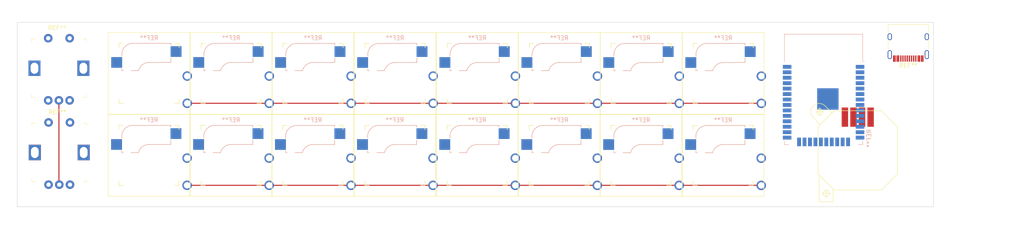
<source format=kicad_pcb>
(kicad_pcb (version 20211014) (generator pcbnew)
  (layers (0 "F.Cu" signal) (31 "B.Cu" signal) (34 "B.Paste" user) (35 "F.Paste" user) (36 "B.SilkS" user "B.Silkscreen") (37 "F.SilkS" user "F.Silkscreen") (38 "B.Mask" user) (39 "F.Mask" user) (44 "Edge.Cuts" user))
  (net 0 "")
  (footprint "random-keyboard-parts:Kailh_socket_MX" (layer "F.Cu") (at 200.8375 118.09)
    (fp_text reference "REF**" (at 0 -8.255) (layer "B.SilkS") (effects (justify mirror)))
    (fp_text value "Kailh_socket_MX")
    (pad "" np_thru_hole circle (at 0 0) (size 3.9878 3.9878) (drill 3.9878) (layers *.Cu *.Mask))
    (pad "" np_thru_hole circle (at 2.54 -5.08) (size 3 3) (drill 3) (layers *.Cu *.Mask))
    (pad "" np_thru_hole circle (at -5.08 0) (size 1.7018 1.7018) (drill 1.7018) (layers *.Cu *.Mask))
    (pad "" np_thru_hole circle (at -3.81 -2.54) (size 3 3) (drill 3) (layers *.Cu *.Mask))
    (pad "" np_thru_hole circle (at 5.08 0) (size 1.7018 1.7018) (drill 1.7018) (layers *.Cu *.Mask))
    (pad "1" smd rect (at 6.29 -5.08) (size 2.55 2.5) (layers "B.Cu" "B.Paste" "B.Mask"))
    (pad "2" smd rect (at -7.56 -2.54) (size 2.55 2.5) (layers "B.Cu" "B.Paste" "B.Mask"))
    (pad "3" thru_hole circle (at 8.89 0.635) (size 2.2 2.2) (drill 1.5) (layers *.Cu *.Mask))
    (pad "4" thru_hole circle (at 8.89 6.985) (size 2.2 2.2) (drill 1.5) (layers *.Cu *.Mask))
  )
  (footprint "random-keyboard-parts:Kailh_socket_MX" (layer "F.Cu") (at 143.4875 118.08)
    (fp_text reference "REF**" (at 0 -8.255) (layer "B.SilkS") (effects (justify mirror)))
    (fp_text value "Kailh_socket_MX")
    (pad "" np_thru_hole circle (at 5.08 0) (size 1.7018 1.7018) (drill 1.7018) (layers *.Cu *.Mask))
    (pad "" np_thru_hole circle (at 2.54 -5.08) (size 3 3) (drill 3) (layers *.Cu *.Mask))
    (pad "" np_thru_hole circle (at -5.08 0) (size 1.7018 1.7018) (drill 1.7018) (layers *.Cu *.Mask))
    (pad "" np_thru_hole circle (at -3.81 -2.54) (size 3 3) (drill 3) (layers *.Cu *.Mask))
    (pad "" np_thru_hole circle (at 0 0) (size 3.9878 3.9878) (drill 3.9878) (layers *.Cu *.Mask))
    (pad "1" smd rect (at 6.29 -5.08) (size 2.55 2.5) (layers "B.Cu" "B.Paste" "B.Mask"))
    (pad "2" smd rect (at -7.56 -2.54) (size 2.55 2.5) (layers "B.Cu" "B.Paste" "B.Mask"))
    (pad "3" thru_hole circle (at 8.89 0.635) (size 2.2 2.2) (drill 1.5) (layers *.Cu *.Mask))
    (pad "4" thru_hole circle (at 8.89 6.985) (size 2.2 2.2) (drill 1.5) (layers *.Cu *.Mask))
  )
  (footprint "random-keyboard-parts:JOYSTICK-PSP1000" (layer "F.Cu") (at 232.237244 116.904334)
    (fp_text reference "" (at 0 0) (layer "F.SilkS") (effects (font (size 1.524 1.524))))
    (fp_text value "" (at 0 0) (layer "F.SilkS") (effects (font (size 1.524 1.524))))
    (pad "GND" smd rect (at -2.99974 -7.74954 90) (size 4.49834 1.4986) (layers "F.Cu" "F.Paste" "F.Mask"))
    (pad "VCC" smd rect (at 0.99822 -7.74954 90) (size 4.49834 1.4986) (layers "F.Cu" "F.Paste" "F.Mask"))
    (pad "X" smd rect (at 2.99974 -7.74954 90) (size 4.49834 1.4986) (layers "F.Cu" "F.Paste" "F.Mask"))
    (pad "Y" smd rect (at -0.99822 -7.74954 90) (size 4.49834 1.4986) (layers "F.Cu" "F.Paste" "F.Mask"))
  )
  (footprint "Connector_USB:USB_C_Receptacle_HRO_TYPE-C-31-M-12" (layer "F.Cu") (at 244.0275 91.45 180)
    (fp_text reference "REF**" (at 0 -5.645) (layer "F.SilkS"))
    (fp_text value "USB_C_Receptacle_HRO_TYPE-C-31-M-12")
    (pad "" np_thru_hole circle (at 2.89 -2.6 180) (size 0.65 0.65) (drill 0.65) (layers *.Cu *.Mask))
    (pad "" np_thru_hole circle (at -2.89 -2.6 180) (size 0.65 0.65) (drill 0.65) (layers *.Cu *.Mask))
    (pad "A1" smd rect (at -3.25 -4.045 180) (size 0.6 1.45) (layers "F.Cu" "F.Paste" "F.Mask"))
    (pad "A4" smd rect (at -2.45 -4.045 180) (size 0.6 1.45) (layers "F.Cu" "F.Paste" "F.Mask"))
    (pad "A5" smd rect (at -1.25 -4.045 180) (size 0.3 1.45) (layers "F.Cu" "F.Paste" "F.Mask"))
    (pad "A6" smd rect (at -0.25 -4.045 180) (size 0.3 1.45) (layers "F.Cu" "F.Paste" "F.Mask"))
    (pad "A7" smd rect (at 0.25 -4.045 180) (size 0.3 1.45) (layers "F.Cu" "F.Paste" "F.Mask"))
    (pad "A8" smd rect (at 1.25 -4.045 180) (size 0.3 1.45) (layers "F.Cu" "F.Paste" "F.Mask"))
    (pad "A9" smd rect (at 2.45 -4.045 180) (size 0.6 1.45) (layers "F.Cu" "F.Paste" "F.Mask"))
    (pad "A12" smd rect (at 3.25 -4.045 180) (size 0.6 1.45) (layers "F.Cu" "F.Paste" "F.Mask"))
    (pad "B1" smd rect (at 3.25 -4.045 180) (size 0.6 1.45) (layers "F.Cu" "F.Paste" "F.Mask"))
    (pad "B4" smd rect (at 2.45 -4.045 180) (size 0.6 1.45) (layers "F.Cu" "F.Paste" "F.Mask"))
    (pad "B5" smd rect (at 1.75 -4.045 180) (size 0.3 1.45) (layers "F.Cu" "F.Paste" "F.Mask"))
    (pad "B6" smd rect (at 0.75 -4.045 180) (size 0.3 1.45) (layers "F.Cu" "F.Paste" "F.Mask"))
    (pad "B7" smd rect (at -0.75 -4.045 180) (size 0.3 1.45) (layers "F.Cu" "F.Paste" "F.Mask"))
    (pad "B8" smd rect (at -1.75 -4.045 180) (size 0.3 1.45) (layers "F.Cu" "F.Paste" "F.Mask"))
    (pad "B9" smd rect (at -2.45 -4.045 180) (size 0.6 1.45) (layers "F.Cu" "F.Paste" "F.Mask"))
    (pad "B12" smd rect (at -3.25 -4.045 180) (size 0.6 1.45) (layers "F.Cu" "F.Paste" "F.Mask"))
    (pad "S1" thru_hole oval (at 4.32 -3.13 180) (size 1 2.1) (drill oval 0.6 1.7) (layers *.Cu *.Mask))
    (pad "S1" thru_hole oval (at 4.32 1.05 180) (size 1 1.6) (drill oval 0.6 1.2) (layers *.Cu *.Mask))
    (pad "S1" thru_hole oval (at -4.32 -3.13 180) (size 1 2.1) (drill oval 0.6 1.7) (layers *.Cu *.Mask))
    (pad "S1" thru_hole oval (at -4.32 1.05 180) (size 1 1.6) (drill oval 0.6 1.2) (layers *.Cu *.Mask))
  )
  (footprint "random-keyboard-parts:Kailh_socket_MX" (layer "F.Cu") (at 86.1175 98.94)
    (fp_text reference "REF**" (at 0 -8.255) (layer "B.SilkS") (effects (justify mirror)))
    (fp_text value "Kailh_socket_MX")
    (pad "" np_thru_hole circle (at -3.81 -2.54) (size 3 3) (drill 3) (layers *.Cu *.Mask))
    (pad "" np_thru_hole circle (at 5.08 0) (size 1.7018 1.7018) (drill 1.7018) (layers *.Cu *.Mask))
    (pad "" np_thru_hole circle (at 2.54 -5.08) (size 3 3) (drill 3) (layers *.Cu *.Mask))
    (pad "" np_thru_hole circle (at -5.08 0) (size 1.7018 1.7018) (drill 1.7018) (layers *.Cu *.Mask))
    (pad "" np_thru_hole circle (at 0 0) (size 3.9878 3.9878) (drill 3.9878) (layers *.Cu *.Mask))
    (pad "1" smd rect (at 6.29 -5.08) (size 2.55 2.5) (layers "B.Cu" "B.Paste" "B.Mask"))
    (pad "2" smd rect (at -7.56 -2.54) (size 2.55 2.5) (layers "B.Cu" "B.Paste" "B.Mask"))
    (pad "3" thru_hole circle (at 8.89 0.635) (size 2.2 2.2) (drill 1.5) (layers *.Cu *.Mask))
    (pad "4" thru_hole circle (at 8.89 6.985) (size 2.2 2.2) (drill 1.5) (layers *.Cu *.Mask))
  )
  (footprint "random-keyboard-parts:Kailh_socket_MX" (layer "F.Cu") (at 162.6175 118.08)
    (fp_text reference "REF**" (at 0 -8.255) (layer "B.SilkS") (effects (justify mirror)))
    (fp_text value "Kailh_socket_MX")
    (pad "" np_thru_hole circle (at 2.54 -5.08) (size 3 3) (drill 3) (layers *.Cu *.Mask))
    (pad "" np_thru_hole circle (at 5.08 0) (size 1.7018 1.7018) (drill 1.7018) (layers *.Cu *.Mask))
    (pad "" np_thru_hole circle (at -3.81 -2.54) (size 3 3) (drill 3) (layers *.Cu *.Mask))
    (pad "" np_thru_hole circle (at 0 0) (size 3.9878 3.9878) (drill 3.9878) (layers *.Cu *.Mask))
    (pad "" np_thru_hole circle (at -5.08 0) (size 1.7018 1.7018) (drill 1.7018) (layers *.Cu *.Mask))
    (pad "1" smd rect (at 6.29 -5.08) (size 2.55 2.5) (layers "B.Cu" "B.Paste" "B.Mask"))
    (pad "2" smd rect (at -7.56 -2.54) (size 2.55 2.5) (layers "B.Cu" "B.Paste" "B.Mask"))
    (pad "3" thru_hole circle (at 8.89 0.635) (size 2.2 2.2) (drill 1.5) (layers *.Cu *.Mask))
    (pad "4" thru_hole circle (at 8.89 6.985) (size 2.2 2.2) (drill 1.5) (layers *.Cu *.Mask))
  )
  (footprint "random-keyboard-parts:Kailh_socket_MX" (layer "F.Cu") (at 86.0875 118.07)
    (fp_text reference "REF**" (at 0 -8.255) (layer "B.SilkS") (effects (justify mirror)))
    (fp_text value "Kailh_socket_MX")
    (pad "" np_thru_hole circle (at 2.54 -5.08) (size 3 3) (drill 3) (layers *.Cu *.Mask))
    (pad "" np_thru_hole circle (at -3.81 -2.54) (size 3 3) (drill 3) (layers *.Cu *.Mask))
    (pad "" np_thru_hole circle (at 0 0) (size 3.9878 3.9878) (drill 3.9878) (layers *.Cu *.Mask))
    (pad "" np_thru_hole circle (at 5.08 0) (size 1.7018 1.7018) (drill 1.7018) (layers *.Cu *.Mask))
    (pad "" np_thru_hole circle (at -5.08 0) (size 1.7018 1.7018) (drill 1.7018) (layers *.Cu *.Mask))
    (pad "1" smd rect (at 6.29 -5.08) (size 2.55 2.5) (layers "B.Cu" "B.Paste" "B.Mask"))
    (pad "2" smd rect (at -7.56 -2.54) (size 2.55 2.5) (layers "B.Cu" "B.Paste" "B.Mask"))
    (pad "3" thru_hole circle (at 8.89 0.635) (size 2.2 2.2) (drill 1.5) (layers *.Cu *.Mask))
    (pad "4" thru_hole circle (at 8.89 6.985) (size 2.2 2.2) (drill 1.5) (layers *.Cu *.Mask))
  )
  (footprint "random-keyboard-parts:Kailh_socket_MX" (layer "F.Cu") (at 105.1775 118.08)
    (fp_text reference "REF**" (at 0 -8.255) (layer "B.SilkS") (effects (justify mirror)))
    (fp_text value "Kailh_socket_MX")
    (pad "" np_thru_hole circle (at 0 0) (size 3.9878 3.9878) (drill 3.9878) (layers *.Cu *.Mask))
    (pad "" np_thru_hole circle (at 2.54 -5.08) (size 3 3) (drill 3) (layers *.Cu *.Mask))
    (pad "" np_thru_hole circle (at -3.81 -2.54) (size 3 3) (drill 3) (layers *.Cu *.Mask))
    (pad "" np_thru_hole circle (at -5.08 0) (size 1.7018 1.7018) (drill 1.7018) (layers *.Cu *.Mask))
    (pad "" np_thru_hole circle (at 5.08 0) (size 1.7018 1.7018) (drill 1.7018) (layers *.Cu *.Mask))
    (pad "1" smd rect (at 6.29 -5.08) (size 2.55 2.5) (layers "B.Cu" "B.Paste" "B.Mask"))
    (pad "2" smd rect (at -7.56 -2.54) (size 2.55 2.5) (layers "B.Cu" "B.Paste" "B.Mask"))
    (pad "3" thru_hole circle (at 8.89 0.635) (size 2.2 2.2) (drill 1.5) (layers *.Cu *.Mask))
    (pad "4" thru_hole circle (at 8.89 6.985) (size 2.2 2.2) (drill 1.5) (layers *.Cu *.Mask))
  )
  (footprint "digikey-footprints:Rotary_Encoder_Switched_PEC11R" (layer "F.Cu") (at 40.2575 97.75)
    (fp_text reference "REF**" (at 5.275 -9.4) (layer "F.SilkS"))
    (fp_text value "Rotary_Encoder_Switched_PEC11R")
    (pad "1" thru_hole circle locked (at 3.2 -7) (size 2 2) (drill 1) (layers *.Cu *.Mask))
    (pad "2" thru_hole circle locked (at 8.2 -7) (size 2 2) (drill 1) (layers *.Cu *.Mask))
    (pad "3" thru_hole rect locked (at 0 0) (size 2.8 3.6) (drill oval 1.8 2.6) (layers *.Cu *.Mask))
    (pad "3" thru_hole rect locked (at 11.4 0) (size 2.8 3.6) (drill oval 1.8 2.6) (layers *.Cu *.Mask))
    (pad "A" thru_hole circle locked (at 3.2 7.5) (size 2 2) (drill 1) (layers *.Cu *.Mask))
    (pad "B" thru_hole circle locked (at 8.2 7.5) (size 2 2) (drill 1) (layers *.Cu *.Mask))
    (pad "C" thru_hole circle locked (at 5.7 7.5) (size 2 2) (drill 1) (layers *.Cu *.Mask))
  )
  (footprint "random-keyboard-parts:Kailh_socket_MX" (layer "F.Cu") (at 66.9875 98.94)
    (fp_text reference "REF**" (at 0 -8.255) (layer "B.SilkS") (effects (justify mirror)))
    (fp_text value "Kailh_socket_MX")
    (pad "" np_thru_hole circle (at 5.08 0) (size 1.7018 1.7018) (drill 1.7018) (layers *.Cu *.Mask))
    (pad "" np_thru_hole circle (at -5.08 0) (size 1.7018 1.7018) (drill 1.7018) (layers *.Cu *.Mask))
    (pad "" np_thru_hole circle (at 2.54 -5.08) (size 3 3) (drill 3) (layers *.Cu *.Mask))
    (pad "" np_thru_hole circle (at 0 0) (size 3.9878 3.9878) (drill 3.9878) (layers *.Cu *.Mask))
    (pad "" np_thru_hole circle (at -3.81 -2.54) (size 3 3) (drill 3) (layers *.Cu *.Mask))
    (pad "1" smd rect (at 6.29 -5.08) (size 2.55 2.5) (layers "B.Cu" "B.Paste" "B.Mask"))
    (pad "2" smd rect (at -7.56 -2.54) (size 2.55 2.5) (layers "B.Cu" "B.Paste" "B.Mask"))
    (pad "3" thru_hole circle (at 8.89 0.635) (size 2.2 2.2) (drill 1.5) (layers *.Cu *.Mask))
    (pad "4" thru_hole circle (at 8.89 6.985) (size 2.2 2.2) (drill 1.5) (layers *.Cu *.Mask))
  )
  (footprint "random-keyboard-parts:Kailh_socket_MX" (layer "F.Cu") (at 143.5175 98.95)
    (fp_text reference "REF**" (at 0 -8.255) (layer "B.SilkS") (effects (justify mirror)))
    (fp_text value "Kailh_socket_MX")
    (pad "" np_thru_hole circle (at 2.54 -5.08) (size 3 3) (drill 3) (layers *.Cu *.Mask))
    (pad "" np_thru_hole circle (at 5.08 0) (size 1.7018 1.7018) (drill 1.7018) (layers *.Cu *.Mask))
    (pad "" np_thru_hole circle (at -3.81 -2.54) (size 3 3) (drill 3) (layers *.Cu *.Mask))
    (pad "" np_thru_hole circle (at -5.08 0) (size 1.7018 1.7018) (drill 1.7018) (layers *.Cu *.Mask))
    (pad "" np_thru_hole circle (at 0 0) (size 3.9878 3.9878) (drill 3.9878) (layers *.Cu *.Mask))
    (pad "1" smd rect (at 6.29 -5.08) (size 2.55 2.5) (layers "B.Cu" "B.Paste" "B.Mask"))
    (pad "2" smd rect (at -7.56 -2.54) (size 2.55 2.5) (layers "B.Cu" "B.Paste" "B.Mask"))
    (pad "3" thru_hole circle (at 8.89 0.635) (size 2.2 2.2) (drill 1.5) (layers *.Cu *.Mask))
    (pad "4" thru_hole circle (at 8.89 6.985) (size 2.2 2.2) (drill 1.5) (layers *.Cu *.Mask))
  )
  (footprint "random-keyboard-parts:Kailh_socket_MX" (layer "F.Cu") (at 162.6475 98.95)
    (fp_text reference "REF**" (at 0 -8.255) (layer "B.SilkS") (effects (justify mirror)))
    (fp_text value "Kailh_socket_MX")
    (pad "" np_thru_hole circle (at 2.54 -5.08) (size 3 3) (drill 3) (layers *.Cu *.Mask))
    (pad "" np_thru_hole circle (at 0 0) (size 3.9878 3.9878) (drill 3.9878) (layers *.Cu *.Mask))
    (pad "" np_thru_hole circle (at 5.08 0) (size 1.7018 1.7018) (drill 1.7018) (layers *.Cu *.Mask))
    (pad "" np_thru_hole circle (at -3.81 -2.54) (size 3 3) (drill 3) (layers *.Cu *.Mask))
    (pad "" np_thru_hole circle (at -5.08 0) (size 1.7018 1.7018) (drill 1.7018) (layers *.Cu *.Mask))
    (pad "1" smd rect (at 6.29 -5.08) (size 2.55 2.5) (layers "B.Cu" "B.Paste" "B.Mask"))
    (pad "2" smd rect (at -7.56 -2.54) (size 2.55 2.5) (layers "B.Cu" "B.Paste" "B.Mask"))
    (pad "3" thru_hole circle (at 8.89 0.635) (size 2.2 2.2) (drill 1.5) (layers *.Cu *.Mask))
    (pad "4" thru_hole circle (at 8.89 6.985) (size 2.2 2.2) (drill 1.5) (layers *.Cu *.Mask))
  )
  (footprint "random-keyboard-parts:Kailh_socket_MX" (layer "F.Cu") (at 200.8675 98.96)
    (fp_text reference "REF**" (at 0 -8.255) (layer "B.SilkS") (effects (justify mirror)))
    (fp_text value "Kailh_socket_MX")
    (pad "" np_thru_hole circle (at -5.08 0) (size 1.7018 1.7018) (drill 1.7018) (layers *.Cu *.Mask))
    (pad "" np_thru_hole circle (at -3.81 -2.54) (size 3 3) (drill 3) (layers *.Cu *.Mask))
    (pad "" np_thru_hole circle (at 2.54 -5.08) (size 3 3) (drill 3) (layers *.Cu *.Mask))
    (pad "" np_thru_hole circle (at 0 0) (size 3.9878 3.9878) (drill 3.9878) (layers *.Cu *.Mask))
    (pad "" np_thru_hole circle (at 5.08 0) (size 1.7018 1.7018) (drill 1.7018) (layers *.Cu *.Mask))
    (pad "1" smd rect (at 6.29 -5.08) (size 2.55 2.5) (layers "B.Cu" "B.Paste" "B.Mask"))
    (pad "2" smd rect (at -7.56 -2.54) (size 2.55 2.5) (layers "B.Cu" "B.Paste" "B.Mask"))
    (pad "3" thru_hole circle (at 8.89 0.635) (size 2.2 2.2) (drill 1.5) (layers *.Cu *.Mask))
    (pad "4" thru_hole circle (at 8.89 6.985) (size 2.2 2.2) (drill 1.5) (layers *.Cu *.Mask))
  )
  (footprint "random-keyboard-parts:Kailh_socket_MX" (layer "F.Cu") (at 105.2075 98.95)
    (fp_text reference "REF**" (at 0 -8.255) (layer "B.SilkS") (effects (justify mirror)))
    (fp_text value "Kailh_socket_MX")
    (pad "" np_thru_hole circle (at 5.08 0) (size 1.7018 1.7018) (drill 1.7018) (layers *.Cu *.Mask))
    (pad "" np_thru_hole circle (at 0 0) (size 3.9878 3.9878) (drill 3.9878) (layers *.Cu *.Mask))
    (pad "" np_thru_hole circle (at 2.54 -5.08) (size 3 3) (drill 3) (layers *.Cu *.Mask))
    (pad "" np_thru_hole circle (at -3.81 -2.54) (size 3 3) (drill 3) (layers *.Cu *.Mask))
    (pad "" np_thru_hole circle (at -5.08 0) (size 1.7018 1.7018) (drill 1.7018) (layers *.Cu *.Mask))
    (pad "1" smd rect (at 6.29 -5.08) (size 2.55 2.5) (layers "B.Cu" "B.Paste" "B.Mask"))
    (pad "2" smd rect (at -7.56 -2.54) (size 2.55 2.5) (layers "B.Cu" "B.Paste" "B.Mask"))
    (pad "3" thru_hole circle (at 8.89 0.635) (size 2.2 2.2) (drill 1.5) (layers *.Cu *.Mask))
    (pad "4" thru_hole circle (at 8.89 6.985) (size 2.2 2.2) (drill 1.5) (layers *.Cu *.Mask))
  )
  (footprint "random-keyboard-parts:Kailh_socket_MX" (layer "F.Cu") (at 181.7375 98.96)
    (fp_text reference "REF**" (at 0 -8.255) (layer "B.SilkS") (effects (justify mirror)))
    (fp_text value "Kailh_socket_MX")
    (pad "" np_thru_hole circle (at -5.08 0) (size 1.7018 1.7018) (drill 1.7018) (layers *.Cu *.Mask))
    (pad "" np_thru_hole circle (at -3.81 -2.54) (size 3 3) (drill 3) (layers *.Cu *.Mask))
    (pad "" np_thru_hole circle (at 5.08 0) (size 1.7018 1.7018) (drill 1.7018) (layers *.Cu *.Mask))
    (pad "" np_thru_hole circle (at 2.54 -5.08) (size 3 3) (drill 3) (layers *.Cu *.Mask))
    (pad "" np_thru_hole circle (at 0 0) (size 3.9878 3.9878) (drill 3.9878) (layers *.Cu *.Mask))
    (pad "1" smd rect (at 6.29 -5.08) (size 2.55 2.5) (layers "B.Cu" "B.Paste" "B.Mask"))
    (pad "2" smd rect (at -7.56 -2.54) (size 2.55 2.5) (layers "B.Cu" "B.Paste" "B.Mask"))
    (pad "3" thru_hole circle (at 8.89 0.635) (size 2.2 2.2) (drill 1.5) (layers *.Cu *.Mask))
    (pad "4" thru_hole circle (at 8.89 6.985) (size 2.2 2.2) (drill 1.5) (layers *.Cu *.Mask))
  )
  (footprint "random-keyboard-parts:Kailh_socket_MX" (layer "F.Cu") (at 124.3375 98.95)
    (fp_text reference "REF**" (at 0 -8.255) (layer "B.SilkS") (effects (justify mirror)))
    (fp_text value "Kailh_socket_MX")
    (pad "" np_thru_hole circle (at -3.81 -2.54) (size 3 3) (drill 3) (layers *.Cu *.Mask))
    (pad "" np_thru_hole circle (at 0 0) (size 3.9878 3.9878) (drill 3.9878) (layers *.Cu *.Mask))
    (pad "" np_thru_hole circle (at 2.54 -5.08) (size 3 3) (drill 3) (layers *.Cu *.Mask))
    (pad "" np_thru_hole circle (at 5.08 0) (size 1.7018 1.7018) (drill 1.7018) (layers *.Cu *.Mask))
    (pad "" np_thru_hole circle (at -5.08 0) (size 1.7018 1.7018) (drill 1.7018) (layers *.Cu *.Mask))
    (pad "1" smd rect (at 6.29 -5.08) (size 2.55 2.5) (layers "B.Cu" "B.Paste" "B.Mask"))
    (pad "2" smd rect (at -7.56 -2.54) (size 2.55 2.5) (layers "B.Cu" "B.Paste" "B.Mask"))
    (pad "3" thru_hole circle (at 8.89 0.635) (size 2.2 2.2) (drill 1.5) (layers *.Cu *.Mask))
    (pad "4" thru_hole circle (at 8.89 6.985) (size 2.2 2.2) (drill 1.5) (layers *.Cu *.Mask))
  )
  (footprint "digikey-footprints:Rotary_Encoder_Switched_PEC11R" (layer "F.Cu") (at 40.3375 117.4)
    (fp_text reference "REF**" (at 5.275 -9.4) (layer "F.SilkS"))
    (fp_text value "Rotary_Encoder_Switched_PEC11R")
    (pad "1" thru_hole circle locked (at 3.2 -7) (size 2 2) (drill 1) (layers *.Cu *.Mask))
    (pad "2" thru_hole circle locked (at 8.2 -7) (size 2 2) (drill 1) (layers *.Cu *.Mask))
    (pad "3" thru_hole rect locked (at 11.4 0) (size 2.8 3.6) (drill oval 1.8 2.6) (layers *.Cu *.Mask))
    (pad "3" thru_hole rect locked (at 0 0) (size 2.8 3.6) (drill oval 1.8 2.6) (layers *.Cu *.Mask))
    (pad "A" thru_hole circle locked (at 3.2 7.5) (size 2 2) (drill 1) (layers *.Cu *.Mask))
    (pad "B" thru_hole circle locked (at 8.2 7.5) (size 2 2) (drill 1) (layers *.Cu *.Mask))
    (pad "C" thru_hole circle locked (at 5.7 7.5) (size 2 2) (drill 1) (layers *.Cu *.Mask))
  )
  (footprint "random-keyboard-parts:Kailh_socket_MX" (layer "F.Cu") (at 124.3075 118.08)
    (fp_text reference "REF**" (at 0 -8.255) (layer "B.SilkS") (effects (justify mirror)))
    (fp_text value "Kailh_socket_MX")
    (pad "" np_thru_hole circle (at -3.81 -2.54) (size 3 3) (drill 3) (layers *.Cu *.Mask))
    (pad "" np_thru_hole circle (at 0 0) (size 3.9878 3.9878) (drill 3.9878) (layers *.Cu *.Mask))
    (pad "" np_thru_hole circle (at 2.54 -5.08) (size 3 3) (drill 3) (layers *.Cu *.Mask))
    (pad "" np_thru_hole circle (at -5.08 0) (size 1.7018 1.7018) (drill 1.7018) (layers *.Cu *.Mask))
    (pad "" np_thru_hole circle (at 5.08 0) (size 1.7018 1.7018) (drill 1.7018) (layers *.Cu *.Mask))
    (pad "1" smd rect (at 6.29 -5.08) (size 2.55 2.5) (layers "B.Cu" "B.Paste" "B.Mask"))
    (pad "2" smd rect (at -7.56 -2.54) (size 2.55 2.5) (layers "B.Cu" "B.Paste" "B.Mask"))
    (pad "3" thru_hole circle (at 8.89 0.635) (size 2.2 2.2) (drill 1.5) (layers *.Cu *.Mask))
    (pad "4" thru_hole circle (at 8.89 6.985) (size 2.2 2.2) (drill 1.5) (layers *.Cu *.Mask))
  )
  (footprint "random-keyboard-parts:Kailh_socket_MX" (layer "F.Cu") (at 181.7075 118.09)
    (fp_text reference "REF**" (at 0 -8.255) (layer "B.SilkS") (effects (justify mirror)))
    (fp_text value "Kailh_socket_MX")
    (pad "" np_thru_hole circle (at 5.08 0) (size 1.7018 1.7018) (drill 1.7018) (layers *.Cu *.Mask))
    (pad "" np_thru_hole circle (at -5.08 0) (size 1.7018 1.7018) (drill 1.7018) (layers *.Cu *.Mask))
    (pad "" np_thru_hole circle (at 2.54 -5.08) (size 3 3) (drill 3) (layers *.Cu *.Mask))
    (pad "" np_thru_hole circle (at -3.81 -2.54) (size 3 3) (drill 3) (layers *.Cu *.Mask))
    (pad "" np_thru_hole circle (at 0 0) (size 3.9878 3.9878) (drill 3.9878) (layers *.Cu *.Mask))
    (pad "1" smd rect (at 6.29 -5.08) (size 2.55 2.5) (layers "B.Cu" "B.Paste" "B.Mask"))
    (pad "2" smd rect (at -7.56 -2.54) (size 2.55 2.5) (layers "B.Cu" "B.Paste" "B.Mask"))
    (pad "3" thru_hole circle (at 8.89 0.635) (size 2.2 2.2) (drill 1.5) (layers *.Cu *.Mask))
    (pad "4" thru_hole circle (at 8.89 6.985) (size 2.2 2.2) (drill 1.5) (layers *.Cu *.Mask))
  )
  (footprint "random-keyboard-parts:Kailh_socket_MX" (layer "F.Cu") (at 66.9575 118.07)
    (fp_text reference "REF**" (at 0 -8.255) (layer "B.SilkS") (effects (justify mirror)))
    (fp_text value "Kailh_socket_MX")
    (pad "" np_thru_hole circle (at 5.08 0) (size 1.7018 1.7018) (drill 1.7018) (layers *.Cu *.Mask))
    (pad "" np_thru_hole circle (at -5.08 0) (size 1.7018 1.7018) (drill 1.7018) (layers *.Cu *.Mask))
    (pad "" np_thru_hole circle (at 2.54 -5.08) (size 3 3) (drill 3) (layers *.Cu *.Mask))
    (pad "" np_thru_hole circle (at -3.81 -2.54) (size 3 3) (drill 3) (layers *.Cu *.Mask))
    (pad "" np_thru_hole circle (at 0 0) (size 3.9878 3.9878) (drill 3.9878) (layers *.Cu *.Mask))
    (pad "1" smd rect (at 6.29 -5.08) (size 2.55 2.5) (layers "B.Cu" "B.Paste" "B.Mask"))
    (pad "2" smd rect (at -7.56 -2.54) (size 2.55 2.5) (layers "B.Cu" "B.Paste" "B.Mask"))
    (pad "3" thru_hole circle (at 8.89 0.635) (size 2.2 2.2) (drill 1.5) (layers *.Cu *.Mask))
    (pad "4" thru_hole circle (at 8.89 6.985) (size 2.2 2.2) (drill 1.5) (layers *.Cu *.Mask))
  )
  (footprint "RF_Module:ESP32-WROOM-32" (layer "B.Cu") (at 224.2675 105.68 180)
    (fp_text reference "REF**" (at -10.61 -8.43 90) (layer "B.SilkS") (effects (justify mirror)))
    (fp_text value "ESP32-WROOM-32")
    (pad "1" smd rect (at -8.5 8.255 180) (size 2 0.9) (layers "B.Cu" "B.Paste" "B.Mask"))
    (pad "2" smd rect (at -8.5 6.985 180) (size 2 0.9) (layers "B.Cu" "B.Paste" "B.Mask"))
    (pad "3" smd rect (at -8.5 5.715 180) (size 2 0.9) (layers "B.Cu" "B.Paste" "B.Mask"))
    (pad "4" smd rect (at -8.5 4.445 180) (size 2 0.9) (layers "B.Cu" "B.Paste" "B.Mask"))
    (pad "5" smd rect (at -8.5 3.175 180) (size 2 0.9) (layers "B.Cu" "B.Paste" "B.Mask"))
    (pad "6" smd rect (at -8.5 1.905 180) (size 2 0.9) (layers "B.Cu" "B.Paste" "B.Mask"))
    (pad "7" smd rect (at -8.5 0.635 180) (size 2 0.9) (layers "B.Cu" "B.Paste" "B.Mask"))
    (pad "8" smd rect (at -8.5 -0.635 180) (size 2 0.9) (layers "B.Cu" "B.Paste" "B.Mask"))
    (pad "9" smd rect (at -8.5 -1.905 180) (size 2 0.9) (layers "B.Cu" "B.Paste" "B.Mask"))
    (pad "10" smd rect (at -8.5 -3.175 180) (size 2 0.9) (layers "B.Cu" "B.Paste" "B.Mask"))
    (pad "11" smd rect (at -8.5 -4.445 180) (size 2 0.9) (layers "B.Cu" "B.Paste" "B.Mask"))
    (pad "12" smd rect (at -8.5 -5.715 180) (size 2 0.9) (layers "B.Cu" "B.Paste" "B.Mask"))
    (pad "13" smd rect (at -8.5 -6.985 180) (size 2 0.9) (layers "B.Cu" "B.Paste" "B.Mask"))
    (pad "14" smd rect (at -8.5 -8.255 180) (size 2 0.9) (layers "B.Cu" "B.Paste" "B.Mask"))
    (pad "15" smd rect (at -5.715 -9.255 90) (size 2 0.9) (layers "B.Cu" "B.Paste" "B.Mask"))
    (pad "16" smd rect (at -4.445 -9.255 90) (size 2 0.9) (layers "B.Cu" "B.Paste" "B.Mask"))
    (pad "17" smd rect (at -3.175 -9.255 90) (size 2 0.9) (layers "B.Cu" "B.Paste" "B.Mask"))
    (pad "18" smd rect (at -1.905 -9.255 90) (size 2 0.9) (layers "B.Cu" "B.Paste" "B.Mask"))
    (pad "19" smd rect (at -0.635 -9.255 90) (size 2 0.9) (layers "B.Cu" "B.Paste" "B.Mask"))
    (pad "20" smd rect (at 0.635 -9.255 90) (size 2 0.9) (layers "B.Cu" "B.Paste" "B.Mask"))
    (pad "21" smd rect (at 1.905 -9.255 90) (size 2 0.9) (layers "B.Cu" "B.Paste" "B.Mask"))
    (pad "22" smd rect (at 3.175 -9.255 90) (size 2 0.9) (layers "B.Cu" "B.Paste" "B.Mask"))
    (pad "23" smd rect (at 4.445 -9.255 90) (size 2 0.9) (layers "B.Cu" "B.Paste" "B.Mask"))
    (pad "24" smd rect (at 5.715 -9.255 90) (size 2 0.9) (layers "B.Cu" "B.Paste" "B.Mask"))
    (pad "25" smd rect (at 8.5 -8.255 180) (size 2 0.9) (layers "B.Cu" "B.Paste" "B.Mask"))
    (pad "26" smd rect (at 8.5 -6.985 180) (size 2 0.9) (layers "B.Cu" "B.Paste" "B.Mask"))
    (pad "27" smd rect (at 8.5 -5.715 180) (size 2 0.9) (layers "B.Cu" "B.Paste" "B.Mask"))
    (pad "28" smd rect (at 8.5 -4.445 180) (size 2 0.9) (layers "B.Cu" "B.Paste" "B.Mask"))
    (pad "29" smd rect (at 8.5 -3.175 180) (size 2 0.9) (layers "B.Cu" "B.Paste" "B.Mask"))
    (pad "30" smd rect (at 8.5 -1.905 180) (size 2 0.9) (layers "B.Cu" "B.Paste" "B.Mask"))
    (pad "31" smd rect (at 8.5 -0.635 180) (size 2 0.9) (layers "B.Cu" "B.Paste" "B.Mask"))
    (pad "32" smd rect (at 8.5 0.635 180) (size 2 0.9) (layers "B.Cu" "B.Paste" "B.Mask"))
    (pad "33" smd rect (at 8.5 1.905 180) (size 2 0.9) (layers "B.Cu" "B.Paste" "B.Mask"))
    (pad "34" smd rect (at 8.5 3.175 180) (size 2 0.9) (layers "B.Cu" "B.Paste" "B.Mask"))
    (pad "35" smd rect (at 8.5 4.445 180) (size 2 0.9) (layers "B.Cu" "B.Paste" "B.Mask"))
    (pad "36" smd rect (at 8.5 5.715 180) (size 2 0.9) (layers "B.Cu" "B.Paste" "B.Mask"))
    (pad "37" smd rect (at 8.5 6.985 180) (size 2 0.9) (layers "B.Cu" "B.Paste" "B.Mask"))
    (pad "38" smd rect (at 8.5 8.255 180) (size 2 0.9) (layers "B.Cu" "B.Paste" "B.Mask"))
    (pad "39" smd rect (at -1 0.755 180) (size 5 5) (layers "B.Cu" "B.Paste" "B.Mask"))
  )
  (gr_rect (start 36.2575 87.06) (end 249.8975 130.07) (layer "Edge.Cuts") (width 0.1) (fill none))
  (segment (start 209.7075 125.055) (end 209.7275 125.075) (width 0.25) (layer "F.Cu") (net 0))
  (segment (start 45.9575 105.25) (end 45.9575 124.82) (width 0.25) (layer "F.Cu") (net 0))
  (segment (start 45.9575 124.82) (end 46.0375 124.9) (width 0.25) (layer "F.Cu") (net 0))
  (segment (start 75.8775 105.925) (end 209.7375 105.925) (width 0.25) (layer "F.Cu") (net 0))
  (segment (start 75.8475 125.055) (end 209.7075 125.055) (width 0.25) (layer "F.Cu") (net 0))
  (segment (start 209.7375 105.925) (end 209.7575 105.945) (width 0.25) (layer "F.Cu") (net 0))
)
</source>
